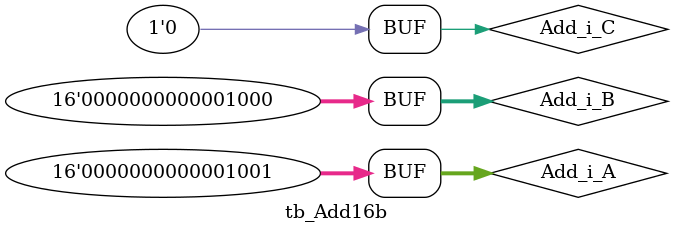
<source format=v>
module tb_Add16b;
reg       [15:0]     Add_i_A;
reg       [15:0]     Add_i_B;
wire[15:0] Add_o_S;
wire      Add_o_C;
reg       Add_i_C;

Add16b U0(Add_i_A, Add_i_B, Add_o_S, Add_o_C);

initial
begin
         Add_i_C = 0;
         Add_i_A = 16'b0000_0000_0000_1010; Add_i_B = 16'b0000_0000_0000_1100;
         #10 Add_i_A = 5; Add_i_B = 7;
         #10 Add_i_A = 9; Add_i_B = 8;
end
endmodule

</source>
